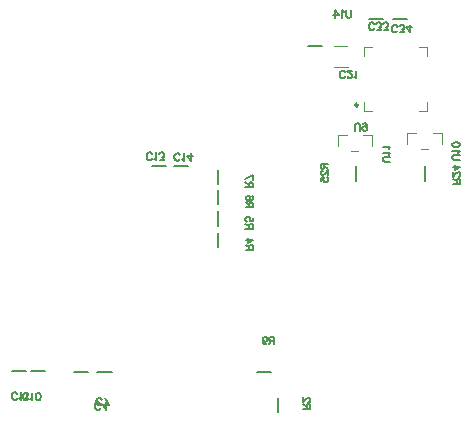
<source format=gbo>
G04*
G04 #@! TF.GenerationSoftware,Altium Limited,Altium Designer,22.11.1 (43)*
G04*
G04 Layer_Color=39423*
%FSLAX44Y44*%
%MOMM*%
G71*
G04*
G04 #@! TF.SameCoordinates,C851D113-A8C7-42F9-9C4B-FB2C255A0ABB*
G04*
G04*
G04 #@! TF.FilePolarity,Positive*
G04*
G01*
G75*
%ADD10C,0.2500*%
%ADD14C,0.1250*%
%ADD15C,0.1270*%
D10*
X818610Y1290800D02*
G03*
X818610Y1290800I-1250J0D01*
G01*
D14*
X860360Y1257800D02*
Y1267300D01*
X867860D01*
X881860D02*
X889360D01*
Y1257800D02*
Y1267300D01*
X871860Y1253300D02*
X877860D01*
X797860Y1322800D02*
X809860D01*
X798360Y1340800D02*
X809360D01*
X801360Y1256300D02*
Y1265800D01*
X808860D01*
X822860D02*
X830360D01*
Y1256300D02*
Y1265800D01*
X812860Y1251800D02*
X818860D01*
X823610Y1286050D02*
Y1293050D01*
Y1286050D02*
X830610D01*
X870110D02*
X877110D01*
Y1293050D01*
Y1332550D02*
Y1339550D01*
X870110D02*
X877110D01*
X823610Y1332550D02*
Y1339550D01*
X830610D01*
D15*
X597860Y1064800D02*
X609860D01*
X732815Y1064600D02*
X744815D01*
X699860Y1170800D02*
Y1182800D01*
X750932Y1030800D02*
Y1042800D01*
X577860Y1064800D02*
X589860D01*
X525860Y1066050D02*
X537860D01*
X541860D02*
X553860D01*
X699610Y1223845D02*
Y1235845D01*
X699860Y1206800D02*
Y1218800D01*
X699610Y1188800D02*
Y1200800D01*
X662905Y1238800D02*
X674905D01*
X816865Y1226800D02*
Y1238800D01*
X875360Y1226800D02*
Y1238800D01*
X643860Y1238800D02*
X655860D01*
X827610Y1363550D02*
X839610D01*
X847860D02*
X859860D01*
X775860Y1340800D02*
X787860D01*
X812877Y1371152D02*
Y1366617D01*
X812575Y1365710D01*
X811970Y1365105D01*
X811063Y1364803D01*
X810459D01*
X809551Y1365105D01*
X808947Y1365710D01*
X808645Y1366617D01*
Y1371152D01*
X806891Y1369942D02*
X806286Y1370245D01*
X805380Y1371152D01*
Y1364803D01*
X799212Y1371152D02*
X802235Y1366919D01*
X797701D01*
X799212Y1371152D02*
Y1364803D01*
X845704Y1242925D02*
X841169D01*
X840262Y1243227D01*
X839657Y1243832D01*
X839355Y1244739D01*
Y1245343D01*
X839657Y1246250D01*
X840262Y1246855D01*
X841169Y1247157D01*
X845704D01*
X844494Y1248911D02*
X844797Y1249516D01*
X845704Y1250422D01*
X839355D01*
X844494Y1253567D02*
X844797Y1254171D01*
X845704Y1255078D01*
X839355D01*
X904704Y1244425D02*
X900169D01*
X899262Y1244727D01*
X898657Y1245332D01*
X898355Y1246239D01*
Y1246843D01*
X898657Y1247750D01*
X899262Y1248355D01*
X900169Y1248657D01*
X904704D01*
X903494Y1250411D02*
X903797Y1251015D01*
X904704Y1251922D01*
X898355D01*
X904704Y1256880D02*
X904401Y1255974D01*
X903494Y1255369D01*
X901983Y1255067D01*
X901076D01*
X899564Y1255369D01*
X898657Y1255974D01*
X898355Y1256880D01*
Y1257485D01*
X898657Y1258392D01*
X899564Y1258997D01*
X901076Y1259299D01*
X901983D01*
X903494Y1258997D01*
X904401Y1258392D01*
X904704Y1257485D01*
Y1256880D01*
X816197Y1268986D02*
Y1273521D01*
X816499Y1274428D01*
X817104Y1275033D01*
X818011Y1275335D01*
X818615D01*
X819522Y1275033D01*
X820127Y1274428D01*
X820429Y1273521D01*
Y1268986D01*
X826113Y1271103D02*
X825811Y1272010D01*
X825206Y1272614D01*
X824299Y1272916D01*
X823997D01*
X823090Y1272614D01*
X822485Y1272010D01*
X822183Y1271103D01*
Y1270800D01*
X822485Y1269893D01*
X823090Y1269289D01*
X823997Y1268986D01*
X824299D01*
X825206Y1269289D01*
X825811Y1269893D01*
X826113Y1271103D01*
Y1272614D01*
X825811Y1274126D01*
X825206Y1275033D01*
X824299Y1275335D01*
X823694D01*
X822787Y1275033D01*
X822485Y1274428D01*
X787021Y1241309D02*
X793370D01*
X787021D02*
Y1238588D01*
X787324Y1237681D01*
X787626Y1237379D01*
X788231Y1237077D01*
X788835D01*
X789440Y1237379D01*
X789742Y1237681D01*
X790045Y1238588D01*
Y1241309D01*
Y1239193D02*
X793370Y1237077D01*
X788533Y1235353D02*
X788231D01*
X787626Y1235051D01*
X787324Y1234749D01*
X787021Y1234144D01*
Y1232935D01*
X787324Y1232330D01*
X787626Y1232028D01*
X788231Y1231726D01*
X788835D01*
X789440Y1232028D01*
X790347Y1232633D01*
X793370Y1235656D01*
Y1231423D01*
X787021Y1226375D02*
Y1229398D01*
X789742Y1229700D01*
X789440Y1229398D01*
X789138Y1228491D01*
Y1227584D01*
X789440Y1226677D01*
X790045Y1226072D01*
X790952Y1225770D01*
X791556D01*
X792463Y1226072D01*
X793068Y1226677D01*
X793370Y1227584D01*
Y1228491D01*
X793068Y1229398D01*
X792766Y1229700D01*
X792161Y1230002D01*
X905204Y1224291D02*
X898855D01*
X905204D02*
Y1227012D01*
X904901Y1227919D01*
X904599Y1228221D01*
X903994Y1228523D01*
X903390D01*
X902785Y1228221D01*
X902483Y1227919D01*
X902180Y1227012D01*
Y1224291D01*
Y1226407D02*
X898855Y1228523D01*
X903692Y1230247D02*
X903994D01*
X904599Y1230549D01*
X904901Y1230851D01*
X905204Y1231456D01*
Y1232665D01*
X904901Y1233270D01*
X904599Y1233572D01*
X903994Y1233874D01*
X903390D01*
X902785Y1233572D01*
X901878Y1232967D01*
X898855Y1229944D01*
Y1234177D01*
X905204Y1238621D02*
X900971Y1235598D01*
Y1240132D01*
X905204Y1238621D02*
X898855D01*
X747324Y1094444D02*
Y1088095D01*
Y1094444D02*
X744604D01*
X743697Y1094141D01*
X743394Y1093839D01*
X743092Y1093234D01*
Y1092630D01*
X743394Y1092025D01*
X743697Y1091723D01*
X744604Y1091420D01*
X747324D01*
X745208D02*
X743092Y1088095D01*
X737741Y1092327D02*
X738043Y1091420D01*
X738648Y1090816D01*
X739555Y1090514D01*
X739857D01*
X740764Y1090816D01*
X741369Y1091420D01*
X741671Y1092327D01*
Y1092630D01*
X741369Y1093537D01*
X740764Y1094141D01*
X739857Y1094444D01*
X739555D01*
X738648Y1094141D01*
X738043Y1093537D01*
X737741Y1092327D01*
Y1090816D01*
X738043Y1089304D01*
X738648Y1088397D01*
X739555Y1088095D01*
X740159D01*
X741066Y1088397D01*
X741369Y1089002D01*
X729454Y1221336D02*
X723105D01*
X729454D02*
Y1224057D01*
X729151Y1224964D01*
X728849Y1225266D01*
X728244Y1225568D01*
X727640D01*
X727035Y1225266D01*
X726733Y1224964D01*
X726431Y1224057D01*
Y1221336D01*
Y1223452D02*
X723105Y1225568D01*
X729454Y1231221D02*
X723105Y1228198D01*
X729454Y1226989D02*
Y1231221D01*
X729704Y1204291D02*
X723355D01*
X729704D02*
Y1207012D01*
X729401Y1207919D01*
X729099Y1208221D01*
X728494Y1208523D01*
X727890D01*
X727285Y1208221D01*
X726983Y1207919D01*
X726681Y1207012D01*
Y1204291D01*
Y1206407D02*
X723355Y1208523D01*
X728797Y1213572D02*
X729401Y1213270D01*
X729704Y1212363D01*
Y1211758D01*
X729401Y1210851D01*
X728494Y1210247D01*
X726983Y1209944D01*
X725471D01*
X724262Y1210247D01*
X723657Y1210851D01*
X723355Y1211758D01*
Y1212060D01*
X723657Y1212967D01*
X724262Y1213572D01*
X725169Y1213874D01*
X725471D01*
X726378Y1213572D01*
X726983Y1212967D01*
X727285Y1212060D01*
Y1211758D01*
X726983Y1210851D01*
X726378Y1210247D01*
X725471Y1209944D01*
X729454Y1186291D02*
X723105D01*
X729454D02*
Y1189012D01*
X729151Y1189919D01*
X728849Y1190221D01*
X728244Y1190523D01*
X727640D01*
X727035Y1190221D01*
X726733Y1189919D01*
X726430Y1189012D01*
Y1186291D01*
Y1188407D02*
X723105Y1190523D01*
X729454Y1195572D02*
Y1192549D01*
X726733Y1192247D01*
X727035Y1192549D01*
X727337Y1193456D01*
Y1194363D01*
X727035Y1195270D01*
X726430Y1195874D01*
X725524Y1196177D01*
X724919D01*
X724012Y1195874D01*
X723407Y1195270D01*
X723105Y1194363D01*
Y1193456D01*
X723407Y1192549D01*
X723710Y1192247D01*
X724314Y1191944D01*
X729704Y1168291D02*
X723355D01*
X729704D02*
Y1171012D01*
X729401Y1171919D01*
X729099Y1172221D01*
X728494Y1172523D01*
X727890D01*
X727285Y1172221D01*
X726983Y1171919D01*
X726681Y1171012D01*
Y1168291D01*
Y1170407D02*
X723355Y1172523D01*
X729704Y1176967D02*
X725471Y1173944D01*
Y1178479D01*
X729704Y1176967D02*
X723355D01*
X778107Y1033357D02*
X771758D01*
X778107D02*
Y1036078D01*
X777804Y1036985D01*
X777502Y1037287D01*
X776897Y1037589D01*
X776293D01*
X775688Y1037287D01*
X775386Y1036985D01*
X775083Y1036078D01*
Y1033357D01*
Y1035473D02*
X771758Y1037589D01*
X776595Y1039313D02*
X776897D01*
X777502Y1039615D01*
X777804Y1039917D01*
X778107Y1040522D01*
Y1041731D01*
X777804Y1042336D01*
X777502Y1042638D01*
X776897Y1042941D01*
X776293D01*
X775688Y1042638D01*
X774781Y1042034D01*
X771758Y1039010D01*
Y1043243D01*
X851891Y1353887D02*
X851589Y1353283D01*
X850985Y1352678D01*
X850380Y1352376D01*
X849171D01*
X848566Y1352678D01*
X847961Y1353283D01*
X847659Y1353887D01*
X847357Y1354794D01*
Y1356306D01*
X847659Y1357213D01*
X847961Y1357817D01*
X848566Y1358422D01*
X849171Y1358724D01*
X850380D01*
X850985Y1358422D01*
X851589Y1357817D01*
X851891Y1357213D01*
X854280Y1352376D02*
X857605D01*
X855791Y1354794D01*
X856698D01*
X857303Y1355096D01*
X857605Y1355399D01*
X857908Y1356306D01*
Y1356910D01*
X857605Y1357817D01*
X857001Y1358422D01*
X856094Y1358724D01*
X855187D01*
X854280Y1358422D01*
X853978Y1358120D01*
X853675Y1357515D01*
X862352Y1352376D02*
X859329Y1356608D01*
X863863D01*
X862352Y1352376D02*
Y1358724D01*
X832293Y1355887D02*
X831990Y1355283D01*
X831386Y1354678D01*
X830781Y1354376D01*
X829572D01*
X828967Y1354678D01*
X828363Y1355283D01*
X828060Y1355887D01*
X827758Y1356794D01*
Y1358306D01*
X828060Y1359213D01*
X828363Y1359817D01*
X828967Y1360422D01*
X829572Y1360724D01*
X830781D01*
X831386Y1360422D01*
X831990Y1359817D01*
X832293Y1359213D01*
X834681Y1354376D02*
X838007D01*
X836192Y1356794D01*
X837100D01*
X837704Y1357097D01*
X838007Y1357399D01*
X838309Y1358306D01*
Y1358910D01*
X838007Y1359817D01*
X837402Y1360422D01*
X836495Y1360724D01*
X835588D01*
X834681Y1360422D01*
X834379Y1360120D01*
X834076Y1359515D01*
X840334Y1354376D02*
X843660D01*
X841846Y1356794D01*
X842753D01*
X843357Y1357097D01*
X843660Y1357399D01*
X843962Y1358306D01*
Y1358910D01*
X843660Y1359817D01*
X843055Y1360422D01*
X842148Y1360724D01*
X841241D01*
X840334Y1360422D01*
X840032Y1360120D01*
X839730Y1359515D01*
X807653Y1315137D02*
X807351Y1314533D01*
X806746Y1313928D01*
X806142Y1313626D01*
X804932D01*
X804328Y1313928D01*
X803723Y1314533D01*
X803421Y1315137D01*
X803118Y1316044D01*
Y1317556D01*
X803421Y1318463D01*
X803723Y1319067D01*
X804328Y1319672D01*
X804932Y1319974D01*
X806142D01*
X806746Y1319672D01*
X807351Y1319067D01*
X807653Y1318463D01*
X809739Y1315137D02*
Y1314835D01*
X810041Y1314230D01*
X810344Y1313928D01*
X810948Y1313626D01*
X812158D01*
X812762Y1313928D01*
X813065Y1314230D01*
X813367Y1314835D01*
Y1315439D01*
X813065Y1316044D01*
X812460Y1316951D01*
X809437Y1319974D01*
X813669D01*
X815090Y1314835D02*
X815695Y1314533D01*
X816602Y1313626D01*
Y1319974D01*
X667685Y1245137D02*
X667383Y1244533D01*
X666778Y1243928D01*
X666173Y1243626D01*
X664964D01*
X664360Y1243928D01*
X663755Y1244533D01*
X663453Y1245137D01*
X663150Y1246044D01*
Y1247556D01*
X663453Y1248463D01*
X663755Y1249067D01*
X664360Y1249672D01*
X664964Y1249974D01*
X666173D01*
X666778Y1249672D01*
X667383Y1249067D01*
X667685Y1248463D01*
X669469Y1244835D02*
X670073Y1244533D01*
X670980Y1243626D01*
Y1249974D01*
X677148Y1243626D02*
X674124Y1247858D01*
X678659D01*
X677148Y1243626D02*
Y1249974D01*
X644042Y1245808D02*
X643740Y1245203D01*
X643135Y1244599D01*
X642531Y1244296D01*
X641321D01*
X640717Y1244599D01*
X640112Y1245203D01*
X639810Y1245808D01*
X639507Y1246715D01*
Y1248226D01*
X639810Y1249133D01*
X640112Y1249738D01*
X640717Y1250343D01*
X641321Y1250645D01*
X642531D01*
X643135Y1250343D01*
X643740Y1249738D01*
X644042Y1249133D01*
X645826Y1245506D02*
X646431Y1245203D01*
X647337Y1244296D01*
Y1250645D01*
X651086Y1244296D02*
X654412D01*
X652598Y1246715D01*
X653505D01*
X654109Y1247017D01*
X654412Y1247320D01*
X654714Y1248226D01*
Y1248831D01*
X654412Y1249738D01*
X653807Y1250343D01*
X652900Y1250645D01*
X651993D01*
X651086Y1250343D01*
X650784Y1250040D01*
X650482Y1249436D01*
X530152Y1042887D02*
X529850Y1042283D01*
X529245Y1041678D01*
X528640Y1041376D01*
X527431D01*
X526827Y1041678D01*
X526222Y1042283D01*
X525919Y1042887D01*
X525617Y1043794D01*
Y1045306D01*
X525919Y1046213D01*
X526222Y1046817D01*
X526827Y1047422D01*
X527431Y1047724D01*
X528640D01*
X529245Y1047422D01*
X529850Y1046817D01*
X530152Y1046213D01*
X531936Y1042585D02*
X532540Y1042283D01*
X533447Y1041376D01*
Y1047724D01*
X536591Y1042585D02*
X537196Y1042283D01*
X538103Y1041376D01*
Y1047724D01*
X539352Y1042387D02*
X539050Y1041783D01*
X538445Y1041178D01*
X537841Y1040876D01*
X536631D01*
X536027Y1041178D01*
X535422Y1041783D01*
X535120Y1042387D01*
X534817Y1043294D01*
Y1044806D01*
X535120Y1045713D01*
X535422Y1046317D01*
X536027Y1046922D01*
X536631Y1047224D01*
X537841D01*
X538445Y1046922D01*
X539050Y1046317D01*
X539352Y1045713D01*
X541136Y1042085D02*
X541740Y1041783D01*
X542647Y1040876D01*
Y1047224D01*
X547605Y1040876D02*
X546698Y1041178D01*
X546094Y1042085D01*
X545792Y1043596D01*
Y1044503D01*
X546094Y1046015D01*
X546698Y1046922D01*
X547605Y1047224D01*
X548210D01*
X549117Y1046922D01*
X549722Y1046015D01*
X550024Y1044503D01*
Y1043596D01*
X549722Y1042085D01*
X549117Y1041178D01*
X548210Y1040876D01*
X547605D01*
X601664Y1037992D02*
X601361Y1037387D01*
X600757Y1036783D01*
X600152Y1036480D01*
X598943D01*
X598338Y1036783D01*
X597734Y1037387D01*
X597431Y1037992D01*
X597129Y1038899D01*
Y1040410D01*
X597431Y1041317D01*
X597734Y1041922D01*
X598338Y1042527D01*
X598943Y1042829D01*
X600152D01*
X600757Y1042527D01*
X601361Y1041922D01*
X601664Y1041317D01*
X607680Y1036480D02*
X604657Y1042829D01*
X603447Y1036480D02*
X607680D01*
X600517Y1034387D02*
X600214Y1033783D01*
X599610Y1033178D01*
X599005Y1032876D01*
X597796D01*
X597191Y1033178D01*
X596587Y1033783D01*
X596284Y1034387D01*
X595982Y1035294D01*
Y1036806D01*
X596284Y1037713D01*
X596587Y1038317D01*
X597191Y1038922D01*
X597796Y1039224D01*
X599005D01*
X599610Y1038922D01*
X600214Y1038317D01*
X600517Y1037713D01*
X605324Y1032876D02*
X602300Y1037108D01*
X606835D01*
X605324Y1032876D02*
Y1039224D01*
M02*

</source>
